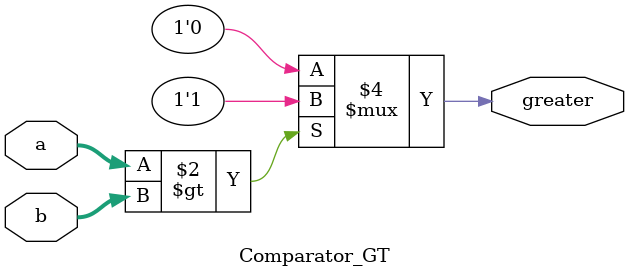
<source format=v>
`timescale 1ns / 1ps


module Comparator_GT(input [31:0] a, b, output reg greater);
always @(*)
begin
if(a > b) greater = 1;
else greater = 0;
end
endmodule

</source>
